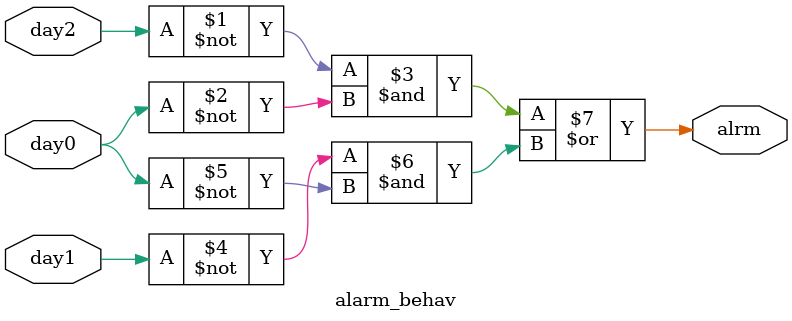
<source format=v>
/* behavioral implementation of alarm module */
module alarm_behav(alrm, day2, day1, day0);

	input day2, day1, day0;
	output alrm;

	assign alrm = ~day2 & ~day0  |  ~day1 & ~day0;
endmodule

</source>
